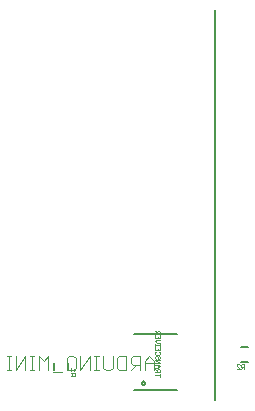
<source format=gbo>
G75*
%MOIN*%
%OFA0B0*%
%FSLAX24Y24*%
%IPPOS*%
%LPD*%
%AMOC8*
5,1,8,0,0,1.08239X$1,22.5*
%
%ADD10C,0.0060*%
%ADD11C,0.0080*%
%ADD12C,0.0010*%
%ADD13C,0.0050*%
%ADD14C,0.0040*%
D10*
X005314Y004182D02*
X005314Y004418D01*
X005786Y004418D02*
X005786Y004182D01*
X007990Y003540D02*
X009410Y003540D01*
X009410Y005400D02*
X007990Y005400D01*
X011552Y004946D02*
X011788Y004946D01*
X011788Y004473D02*
X011552Y004473D01*
D11*
X008253Y003760D02*
X008255Y003775D01*
X008261Y003788D01*
X008270Y003800D01*
X008281Y003809D01*
X008295Y003815D01*
X008310Y003817D01*
X008325Y003815D01*
X008338Y003809D01*
X008350Y003800D01*
X008359Y003789D01*
X008365Y003775D01*
X008367Y003760D01*
X008365Y003745D01*
X008359Y003732D01*
X008350Y003720D01*
X008339Y003711D01*
X008325Y003705D01*
X008310Y003703D01*
X008295Y003705D01*
X008282Y003711D01*
X008270Y003720D01*
X008261Y003731D01*
X008255Y003745D01*
X008253Y003760D01*
D12*
X008705Y004025D02*
X008855Y004025D01*
X008855Y003975D02*
X008855Y004075D01*
X008855Y004122D02*
X008705Y004122D01*
X008755Y004122D02*
X008755Y004197D01*
X008780Y004222D01*
X008830Y004222D01*
X008855Y004197D01*
X008855Y004122D01*
X008755Y004172D02*
X008705Y004222D01*
X008705Y004269D02*
X008805Y004269D01*
X008855Y004319D01*
X008805Y004369D01*
X008705Y004369D01*
X008705Y004417D02*
X008855Y004417D01*
X008705Y004517D01*
X008855Y004517D01*
X008830Y004564D02*
X008805Y004564D01*
X008780Y004589D01*
X008780Y004639D01*
X008755Y004664D01*
X008730Y004664D01*
X008705Y004639D01*
X008705Y004589D01*
X008730Y004564D01*
X008830Y004564D02*
X008855Y004589D01*
X008855Y004639D01*
X008830Y004664D01*
X008830Y004711D02*
X008730Y004711D01*
X008705Y004736D01*
X008705Y004786D01*
X008730Y004811D01*
X008705Y004859D02*
X008705Y004959D01*
X008705Y005006D02*
X008705Y005056D01*
X008705Y005031D02*
X008855Y005031D01*
X008855Y005006D02*
X008855Y005056D01*
X008855Y005104D02*
X008755Y005104D01*
X008705Y005154D01*
X008755Y005204D01*
X008855Y005204D01*
X008855Y005252D02*
X008705Y005252D01*
X008705Y005352D01*
X008705Y005399D02*
X008855Y005399D01*
X008855Y005474D01*
X008830Y005499D01*
X008780Y005499D01*
X008755Y005474D01*
X008755Y005399D01*
X008755Y005449D02*
X008705Y005499D01*
X008855Y005352D02*
X008855Y005252D01*
X008780Y005252D02*
X008780Y005302D01*
X008855Y004959D02*
X008855Y004859D01*
X008705Y004859D01*
X008780Y004859D02*
X008780Y004909D01*
X008830Y004811D02*
X008855Y004786D01*
X008855Y004736D01*
X008830Y004711D01*
X008780Y004369D02*
X008780Y004269D01*
X011412Y004230D02*
X011512Y004230D01*
X011412Y004330D01*
X011412Y004355D01*
X011437Y004380D01*
X011487Y004380D01*
X011512Y004355D01*
X011560Y004355D02*
X011560Y004305D01*
X011585Y004280D01*
X011660Y004280D01*
X011660Y004230D02*
X011660Y004380D01*
X011585Y004380D01*
X011560Y004355D01*
X011610Y004280D02*
X011560Y004230D01*
X006030Y004202D02*
X005880Y004202D01*
X005880Y004152D02*
X005880Y004252D01*
X005980Y004152D02*
X006030Y004202D01*
X006005Y004105D02*
X005955Y004105D01*
X005930Y004080D01*
X005930Y004005D01*
X005930Y004055D02*
X005880Y004105D01*
X005880Y004005D02*
X006030Y004005D01*
X006030Y004080D01*
X006005Y004105D01*
D13*
X010680Y003180D02*
X010680Y016180D01*
D14*
X003903Y004200D02*
X003749Y004200D01*
X003826Y004200D02*
X003826Y004660D01*
X003903Y004660D02*
X003749Y004660D01*
X004056Y004660D02*
X004056Y004200D01*
X004363Y004660D01*
X004363Y004200D01*
X004516Y004200D02*
X004670Y004200D01*
X004593Y004200D02*
X004593Y004660D01*
X004670Y004660D02*
X004516Y004660D01*
X004823Y004660D02*
X004823Y004200D01*
X005130Y004200D02*
X005130Y004660D01*
X004977Y004507D01*
X004823Y004660D01*
X005284Y004123D02*
X005591Y004123D01*
X005744Y004276D02*
X005744Y004583D01*
X005821Y004660D01*
X005974Y004660D01*
X006051Y004583D01*
X006051Y004276D01*
X005974Y004200D01*
X005821Y004200D01*
X005744Y004276D01*
X006205Y004200D02*
X006205Y004660D01*
X006512Y004660D02*
X006205Y004200D01*
X006512Y004200D02*
X006512Y004660D01*
X006665Y004660D02*
X006818Y004660D01*
X006742Y004660D02*
X006742Y004200D01*
X006818Y004200D02*
X006665Y004200D01*
X006972Y004276D02*
X006972Y004660D01*
X007279Y004660D02*
X007279Y004276D01*
X007202Y004200D01*
X007049Y004200D01*
X006972Y004276D01*
X007432Y004276D02*
X007432Y004583D01*
X007509Y004660D01*
X007739Y004660D01*
X007739Y004200D01*
X007509Y004200D01*
X007432Y004276D01*
X007893Y004200D02*
X008046Y004353D01*
X007969Y004353D02*
X008200Y004353D01*
X008200Y004200D02*
X008200Y004660D01*
X007969Y004660D01*
X007893Y004583D01*
X007893Y004430D01*
X007969Y004353D01*
X008353Y004430D02*
X008660Y004430D01*
X008660Y004507D02*
X008660Y004200D01*
X008660Y004507D02*
X008507Y004660D01*
X008353Y004507D01*
X008353Y004200D01*
M02*

</source>
